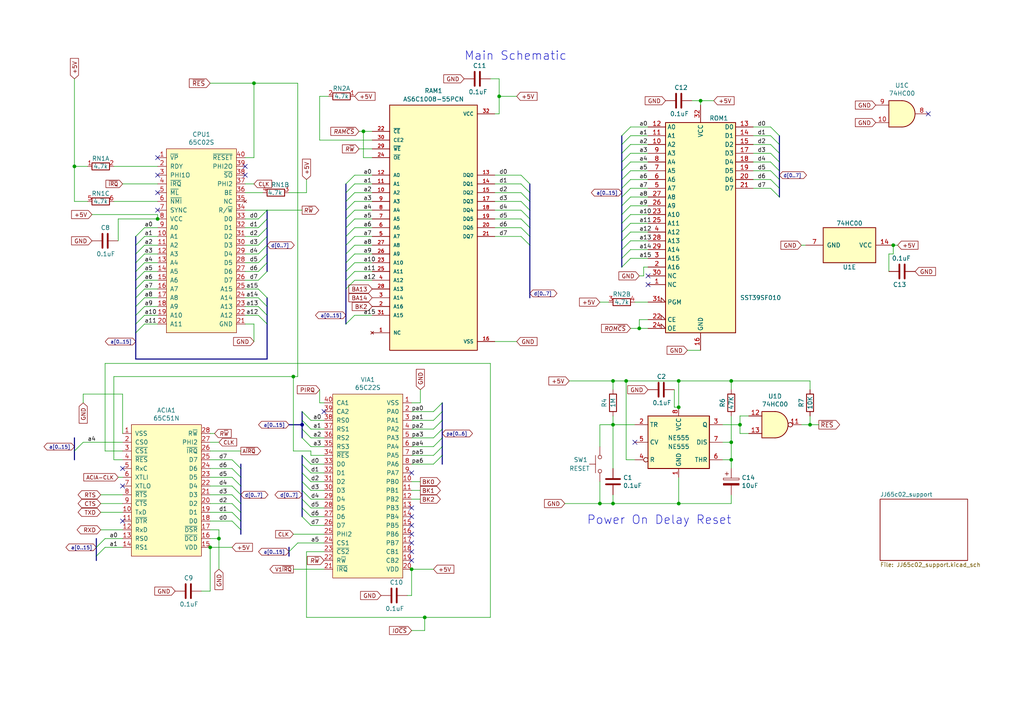
<source format=kicad_sch>
(kicad_sch (version 20231120) (generator "eeschema") (generator_version "8.0")
  (paper "A4")
  (title_block (title "JJ65c02 Hobby Breadboard Computer") (comment 3 "Inspiration: Ben Eater (et.al) 6502 project") (comment 4 "Author: Jim Jagielski"))
  (junction (at 259.08 71.12))
  (junction (at 212.09 110.49))
  (junction (at 21.59 48.26))
  (junction (at 173.99 146.05))
  (junction (at 63.5 156.21))
  (junction (at 212.09 133.35))
  (junction (at 45.72 63.5))
  (junction (at 123.19 179.07))
  (junction (at 85.09 109.22))
  (junction (at 73.66 24.13))
  (junction (at 177.8 110.49))
  (junction (at 185.42 95.25))
  (junction (at 234.95 123.19))
  (junction (at 60.96 158.75))
  (junction (at 196.85 146.05))
  (junction (at 119.38 165.1))
  (junction (at 177.8 123.19))
  (junction (at 196.85 118.11))
  (junction (at 87.63 123.19))
  (junction (at 144.78 27.94))
  (junction (at 212.09 128.27))
  (junction (at 181.61 110.49))
  (junction (at 105.41 38.1))
  (junction (at 177.8 146.05))
  (junction (at 196.85 110.49))
  (junction (at 214.63 123.19))
  (junction (at 203.2 29.21))
  (no_connect (at 35.56 151.13))
  (no_connect (at 35.56 140.97))
  (no_connect (at 45.72 45.72))
  (no_connect (at 71.12 50.8))
  (no_connect (at 45.72 60.96))
  (no_connect (at 269.24 33.02))
  (no_connect (at 119.38 149.86))
  (no_connect (at 187.96 80.01))
  (no_connect (at 119.38 162.56))
  (no_connect (at 187.96 82.55))
  (no_connect (at 119.38 154.94))
  (no_connect (at 45.72 55.88))
  (no_connect (at 119.38 137.16))
  (no_connect (at 184.15 128.27))
  (no_connect (at 119.38 157.48))
  (no_connect (at 45.72 50.8))
  (no_connect (at 119.38 152.4))
  (no_connect (at 71.12 48.26))
  (no_connect (at 35.56 135.89))
  (no_connect (at 119.38 147.32))
  (no_connect (at 93.98 119.38))
  (no_connect (at 119.38 160.02))
  (bus_entry (at 90.17 127) (size -2.54 -2.54))
  (bus_entry (at 74.93 63.5) (size 2.54 -2.54))
  (bus_entry (at 223.52 52.07) (size 2.54 2.54))
  (bus_entry (at 182.88 46.99) (size -2.54 2.54))
  (bus_entry (at 39.37 91.44) (size 2.54 -2.54))
  (bus_entry (at 90.17 137.16) (size -2.54 -2.54))
  (bus_entry (at 90.17 124.46) (size -2.54 -2.54))
  (bus_entry (at 223.52 36.83) (size 2.54 2.54))
  (bus_entry (at 39.37 88.9) (size 2.54 -2.54))
  (bus_entry (at 74.93 78.74) (size 2.54 -2.54))
  (bus_entry (at 223.52 41.91) (size 2.54 2.54))
  (bus_entry (at 151.13 66.04) (size 2.54 2.54))
  (bus_entry (at 90.17 149.86) (size -2.54 -2.54))
  (bus_entry (at 102.87 76.2) (size -2.54 2.54))
  (bus_entry (at 39.37 78.74) (size 2.54 -2.54))
  (bus_entry (at 182.88 52.07) (size -2.54 2.54))
  (bus_entry (at 182.88 64.77) (size -2.54 2.54))
  (bus_entry (at 102.87 50.8) (size -2.54 2.54))
  (bus_entry (at 39.37 71.12) (size 2.54 -2.54))
  (bus_entry (at 90.17 134.62) (size -2.54 -2.54))
  (bus_entry (at 125.73 124.46) (size 2.54 -2.54))
  (bus_entry (at 102.87 81.28) (size -2.54 2.54))
  (bus_entry (at 223.52 46.99) (size 2.54 2.54))
  (bus_entry (at 102.87 66.04) (size -2.54 2.54))
  (bus_entry (at 180.34 77.47) (size 2.54 -2.54))
  (bus_entry (at 102.87 58.42) (size -2.54 2.54))
  (bus_entry (at 180.34 72.39) (size 2.54 -2.54))
  (bus_entry (at 102.87 60.96) (size -2.54 2.54))
  (bus_entry (at 39.37 83.82) (size 2.54 -2.54))
  (bus_entry (at 74.93 88.9) (size 2.54 2.54))
  (bus_entry (at 83.82 160.02) (size 2.54 -2.54))
  (bus_entry (at 90.17 147.32) (size -2.54 -2.54))
  (bus_entry (at 90.17 121.92) (size -2.54 -2.54))
  (bus_entry (at 125.73 127) (size 2.54 -2.54))
  (bus_entry (at 90.17 152.4) (size -2.54 -2.54))
  (bus_entry (at 151.13 50.8) (size 2.54 2.54))
  (bus_entry (at 151.13 53.34) (size 2.54 2.54))
  (bus_entry (at 74.93 66.04) (size 2.54 -2.54))
  (bus_entry (at 90.17 129.54) (size -2.54 -2.54))
  (bus_entry (at 182.88 39.37) (size -2.54 2.54))
  (bus_entry (at 39.37 86.36) (size 2.54 -2.54))
  (bus_entry (at 151.13 58.42) (size 2.54 2.54))
  (bus_entry (at 151.13 68.58) (size 2.54 2.54))
  (bus_entry (at 102.87 91.44) (size -2.54 2.54))
  (bus_entry (at 27.94 158.75) (size 2.54 -2.54))
  (bus_entry (at 74.93 71.12) (size 2.54 -2.54))
  (bus_entry (at 125.73 129.54) (size 2.54 -2.54))
  (bus_entry (at 90.17 142.24) (size -2.54 -2.54))
  (bus_entry (at 69.85 153.67) (size -2.54 -2.54))
  (bus_entry (at 182.88 49.53) (size -2.54 2.54))
  (bus_entry (at 125.73 121.92) (size 2.54 -2.54))
  (bus_entry (at 102.87 53.34) (size -2.54 2.54))
  (bus_entry (at 74.93 83.82) (size 2.54 2.54))
  (bus_entry (at 223.52 44.45) (size 2.54 2.54))
  (bus_entry (at 125.73 132.08) (size 2.54 -2.54))
  (bus_entry (at 182.88 59.69) (size -2.54 2.54))
  (bus_entry (at 39.37 93.98) (size 2.54 -2.54))
  (bus_entry (at 182.88 41.91) (size -2.54 2.54))
  (bus_entry (at 69.85 138.43) (size -2.54 -2.54))
  (bus_entry (at 151.13 63.5) (size 2.54 2.54))
  (bus_entry (at 74.93 68.58) (size 2.54 -2.54))
  (bus_entry (at 74.93 81.28) (size 2.54 -2.54))
  (bus_entry (at 182.88 36.83) (size -2.54 2.54))
  (bus_entry (at 69.85 146.05) (size -2.54 -2.54))
  (bus_entry (at 74.93 73.66) (size 2.54 -2.54))
  (bus_entry (at 182.88 44.45) (size -2.54 2.54))
  (bus_entry (at 151.13 60.96) (size 2.54 2.54))
  (bus_entry (at 182.88 54.61) (size -2.54 2.54))
  (bus_entry (at 69.85 148.59) (size -2.54 -2.54))
  (bus_entry (at 74.93 91.44) (size 2.54 2.54))
  (bus_entry (at 102.87 63.5) (size -2.54 2.54))
  (bus_entry (at 39.37 96.52) (size 2.54 -2.54))
  (bus_entry (at 125.73 134.62) (size 2.54 -2.54))
  (bus_entry (at 39.37 81.28) (size 2.54 -2.54))
  (bus_entry (at 102.87 68.58) (size -2.54 2.54))
  (bus_entry (at 74.93 86.36) (size 2.54 2.54))
  (bus_entry (at 182.88 57.15) (size -2.54 2.54))
  (bus_entry (at 182.88 62.23) (size -2.54 2.54))
  (bus_entry (at 74.93 76.2) (size 2.54 -2.54))
  (bus_entry (at 151.13 55.88) (size 2.54 2.54))
  (bus_entry (at 39.37 73.66) (size 2.54 -2.54))
  (bus_entry (at 69.85 151.13) (size -2.54 -2.54))
  (bus_entry (at 69.85 140.97) (size -2.54 -2.54))
  (bus_entry (at 180.34 74.93) (size 2.54 -2.54))
  (bus_entry (at 182.88 67.31) (size -2.54 2.54))
  (bus_entry (at 27.94 161.29) (size 2.54 -2.54))
  (bus_entry (at 102.87 78.74) (size -2.54 2.54))
  (bus_entry (at 69.85 135.89) (size -2.54 -2.54))
  (bus_entry (at 90.17 139.7) (size -2.54 -2.54))
  (bus_entry (at 69.85 143.51) (size -2.54 -2.54))
  (bus_entry (at 102.87 73.66) (size -2.54 2.54))
  (bus_entry (at 21.59 130.81) (size 2.54 -2.54))
  (bus_entry (at 223.52 49.53) (size 2.54 2.54))
  (bus_entry (at 223.52 39.37) (size 2.54 2.54))
  (bus_entry (at 39.37 76.2) (size 2.54 -2.54))
  (bus_entry (at 223.52 54.61) (size 2.54 2.54))
  (bus_entry (at 39.37 68.58) (size 2.54 -2.54))
  (bus_entry (at 102.87 71.12) (size -2.54 2.54))
  (bus_entry (at 128.27 116.84) (size -2.54 2.54))
  (bus_entry (at 102.87 55.88) (size -2.54 2.54))
  (bus_entry (at 90.17 144.78) (size -2.54 -2.54))
  (wire (pts (xy 45.72 68.58) (xy 41.91 68.58)))
  (wire (pts (xy 182.88 49.53) (xy 187.96 49.53)))
  (wire (pts (xy 71.12 60.96) (xy 77.47 60.96)))
  (wire (pts (xy 182.88 52.07) (xy 187.96 52.07)))
  (wire (pts (xy 24.13 114.3) (xy 24.13 116.84)))
  (wire (pts (xy 90.17 144.78) (xy 93.98 144.78)))
  (wire (pts (xy 67.31 135.89) (xy 60.96 135.89)))
  (wire (pts (xy 187.96 77.47) (xy 186.69 77.47)))
  (wire (pts (xy 182.88 69.85) (xy 187.96 69.85)))
  (wire (pts (xy 212.09 135.89) (xy 212.09 133.35)))
  (bus (pts (xy 100.33 71.12) (xy 100.33 73.66)))
  (bus (pts (xy 153.67 55.88) (xy 153.67 58.42)))
  (wire (pts (xy 93.98 121.92) (xy 90.17 121.92)))
  (wire (pts (xy 182.88 39.37) (xy 187.96 39.37)))
  (bus (pts (xy 83.82 160.02) (xy 83.82 161.29)))
  (wire (pts (xy 212.09 113.03) (xy 212.09 110.49)))
  (wire (pts (xy 123.19 182.88) (xy 119.38 182.88)))
  (wire (pts (xy 143.51 50.8) (xy 151.13 50.8)))
  (wire (pts (xy 102.87 76.2) (xy 107.95 76.2)))
  (wire (pts (xy 182.88 62.23) (xy 187.96 62.23)))
  (wire (pts (xy 45.72 81.28) (xy 41.91 81.28)))
  (wire (pts (xy 90.17 124.46) (xy 93.98 124.46)))
  (wire (pts (xy 85.09 154.94) (xy 93.98 154.94)))
  (bus (pts (xy 77.47 68.58) (xy 77.47 71.12)))
  (wire (pts (xy 177.8 123.19) (xy 184.15 123.19)))
  (wire (pts (xy 182.88 72.39) (xy 187.96 72.39)))
  (bus (pts (xy 21.59 130.81) (xy 21.59 133.35)))
  (wire (pts (xy 92.71 27.94) (xy 92.71 40.64)))
  (wire (pts (xy 143.51 53.34) (xy 151.13 53.34)))
  (wire (pts (xy 102.87 60.96) (xy 107.95 60.96)))
  (wire (pts (xy 45.72 66.04) (xy 41.91 66.04)))
  (wire (pts (xy 142.24 22.86) (xy 144.78 22.86)))
  (wire (pts (xy 181.61 110.49) (xy 181.61 133.35)))
  (wire (pts (xy 182.88 64.77) (xy 187.96 64.77)))
  (wire (pts (xy 186.69 80.01) (xy 185.42 80.01)))
  (bus (pts (xy 39.37 83.82) (xy 39.37 86.36)))
  (wire (pts (xy 33.02 58.42) (xy 45.72 58.42)))
  (wire (pts (xy 143.51 60.96) (xy 151.13 60.96)))
  (wire (pts (xy 177.8 135.89) (xy 177.8 123.19)))
  (wire (pts (xy 182.88 46.99) (xy 187.96 46.99)))
  (wire (pts (xy 30.48 105.41) (xy 30.48 130.81)))
  (wire (pts (xy 182.88 95.25) (xy 185.42 95.25)))
  (bus (pts (xy 77.47 88.9) (xy 77.47 91.44)))
  (wire (pts (xy 234.95 120.65) (xy 234.95 123.19)))
  (wire (pts (xy 119.38 144.78) (xy 121.92 144.78)))
  (wire (pts (xy 182.88 59.69) (xy 187.96 59.69)))
  (bus (pts (xy 87.63 139.7) (xy 87.63 142.24)))
  (wire (pts (xy 35.56 148.59) (xy 29.21 148.59)))
  (wire (pts (xy 143.51 58.42) (xy 151.13 58.42)))
  (wire (pts (xy 218.44 44.45) (xy 223.52 44.45)))
  (wire (pts (xy 90.17 132.08) (xy 90.17 130.81)))
  (wire (pts (xy 196.85 118.11) (xy 195.58 118.11)))
  (wire (pts (xy 24.13 128.27) (xy 35.56 128.27)))
  (bus (pts (xy 69.85 138.43) (xy 69.85 140.97)))
  (wire (pts (xy 45.72 78.74) (xy 41.91 78.74)))
  (wire (pts (xy 163.83 146.05) (xy 173.99 146.05)))
  (wire (pts (xy 71.12 78.74) (xy 74.93 78.74)))
  (bus (pts (xy 77.47 73.66) (xy 77.47 76.2)))
  (wire (pts (xy 119.38 129.54) (xy 125.73 129.54)))
  (wire (pts (xy 182.88 44.45) (xy 187.96 44.45)))
  (wire (pts (xy 214.63 120.65) (xy 214.63 123.19)))
  (bus (pts (xy 226.06 44.45) (xy 226.06 46.99)))
  (wire (pts (xy 182.88 74.93) (xy 187.96 74.93)))
  (wire (pts (xy 102.87 63.5) (xy 107.95 63.5)))
  (wire (pts (xy 218.44 46.99) (xy 223.52 46.99)))
  (wire (pts (xy 90.17 152.4) (xy 93.98 152.4)))
  (wire (pts (xy 90.17 130.81) (xy 85.09 130.81)))
  (wire (pts (xy 143.51 66.04) (xy 151.13 66.04)))
  (wire (pts (xy 33.02 133.35) (xy 35.56 133.35)))
  (wire (pts (xy 218.44 39.37) (xy 223.52 39.37)))
  (wire (pts (xy 234.95 110.49) (xy 212.09 110.49)))
  (bus (pts (xy 153.67 66.04) (xy 153.67 68.58)))
  (bus (pts (xy 69.85 140.97) (xy 69.85 143.51)))
  (wire (pts (xy 212.09 133.35) (xy 209.55 133.35)))
  (bus (pts (xy 69.85 143.51) (xy 69.85 146.05)))
  (bus (pts (xy 27.94 158.75) (xy 27.94 161.29)))
  (bus (pts (xy 128.27 124.46) (xy 128.27 127)))
  (bus (pts (xy 39.37 91.44) (xy 39.37 93.98)))
  (bus (pts (xy 39.37 68.58) (xy 39.37 71.12)))
  (wire (pts (xy 104.14 43.18) (xy 107.95 43.18)))
  (wire (pts (xy 149.86 27.94) (xy 144.78 27.94)))
  (wire (pts (xy 93.98 157.48) (xy 86.36 157.48)))
  (wire (pts (xy 34.29 63.5) (xy 45.72 63.5)))
  (wire (pts (xy 71.12 86.36) (xy 74.93 86.36)))
  (wire (pts (xy 85.09 109.22) (xy 85.09 130.81)))
  (wire (pts (xy 143.51 68.58) (xy 151.13 68.58)))
  (wire (pts (xy 34.29 69.85) (xy 34.29 63.5)))
  (wire (pts (xy 45.72 91.44) (xy 41.91 91.44)))
  (wire (pts (xy 234.95 113.03) (xy 234.95 110.49)))
  (wire (pts (xy 119.38 142.24) (xy 121.92 142.24)))
  (wire (pts (xy 232.41 71.12) (xy 233.68 71.12)))
  (wire (pts (xy 29.21 146.05) (xy 35.56 146.05)))
  (wire (pts (xy 187.96 92.71) (xy 185.42 92.71)))
  (wire (pts (xy 177.8 123.19) (xy 177.8 120.65)))
  (bus (pts (xy 100.33 66.04) (xy 100.33 68.58)))
  (wire (pts (xy 93.98 127) (xy 90.17 127)))
  (bus (pts (xy 100.33 83.82) (xy 100.33 93.98)))
  (wire (pts (xy 45.72 63.5) (xy 45.72 62.23)))
  (wire (pts (xy 71.12 76.2) (xy 74.93 76.2)))
  (wire (pts (xy 218.44 41.91) (xy 223.52 41.91)))
  (bus (pts (xy 128.27 121.92) (xy 128.27 124.46)))
  (wire (pts (xy 35.56 114.3) (xy 24.13 114.3)))
  (bus (pts (xy 77.47 93.98) (xy 77.47 104.14)))
  (bus (pts (xy 21.59 127) (xy 21.59 130.81)))
  (bus (pts (xy 100.33 60.96) (xy 100.33 63.5)))
  (bus (pts (xy 128.27 119.38) (xy 128.27 121.92)))
  (wire (pts (xy 90.17 147.32) (xy 93.98 147.32)))
  (bus (pts (xy 87.63 144.78) (xy 87.63 147.32)))
  (bus (pts (xy 128.27 129.54) (xy 128.27 132.08)))
  (wire (pts (xy 73.66 53.34) (xy 71.12 53.34)))
  (wire (pts (xy 185.42 95.25) (xy 187.96 95.25)))
  (bus (pts (xy 180.34 67.31) (xy 180.34 69.85)))
  (wire (pts (xy 212.09 128.27) (xy 212.09 120.65)))
  (bus (pts (xy 69.85 151.13) (xy 69.85 153.67)))
  (wire (pts (xy 67.31 143.51) (xy 60.96 143.51)))
  (bus (pts (xy 180.34 62.23) (xy 180.34 64.77)))
  (wire (pts (xy 177.8 110.49) (xy 181.61 110.49)))
  (wire (pts (xy 102.87 68.58) (xy 107.95 68.58)))
  (bus (pts (xy 128.27 116.84) (xy 128.27 119.38)))
  (wire (pts (xy 182.88 36.83) (xy 187.96 36.83)))
  (wire (pts (xy 73.66 45.72) (xy 73.66 24.13)))
  (wire (pts (xy 85.09 109.22) (xy 33.02 109.22)))
  (bus (pts (xy 69.85 135.89) (xy 69.85 138.43)))
  (wire (pts (xy 71.12 66.04) (xy 74.93 66.04)))
  (bus (pts (xy 77.47 76.2) (xy 77.47 78.74)))
  (bus (pts (xy 87.63 132.08) (xy 87.63 134.62)))
  (bus (pts (xy 83.82 158.75) (xy 83.82 160.02)))
  (wire (pts (xy 142.24 105.41) (xy 142.24 179.07)))
  (bus (pts (xy 180.34 64.77) (xy 180.34 67.31)))
  (wire (pts (xy 234.95 123.19) (xy 237.49 123.19)))
  (wire (pts (xy 45.72 71.12) (xy 41.91 71.12)))
  (wire (pts (xy 212.09 143.51) (xy 212.09 146.05)))
  (bus (pts (xy 180.34 74.93) (xy 180.34 77.47)))
  (bus (pts (xy 100.33 53.34) (xy 100.33 55.88)))
  (bus (pts (xy 153.67 63.5) (xy 153.67 66.04)))
  (wire (pts (xy 71.12 68.58) (xy 74.93 68.58)))
  (bus (pts (xy 153.67 71.12) (xy 153.67 86.36)))
  (wire (pts (xy 45.72 93.98) (xy 41.91 93.98)))
  (wire (pts (xy 182.88 41.91) (xy 187.96 41.91)))
  (wire (pts (xy 45.72 83.82) (xy 41.91 83.82)))
  (wire (pts (xy 71.12 91.44) (xy 74.93 91.44)))
  (wire (pts (xy 90.17 134.62) (xy 93.98 134.62)))
  (bus (pts (xy 77.47 66.04) (xy 77.47 68.58)))
  (wire (pts (xy 76.2 55.88) (xy 71.12 55.88)))
  (bus (pts (xy 69.85 146.05) (xy 69.85 148.59)))
  (bus (pts (xy 77.47 63.5) (xy 77.47 66.04)))
  (bus (pts (xy 87.63 142.24) (xy 87.63 144.78)))
  (wire (pts (xy 73.66 93.98) (xy 71.12 93.98)))
  (bus (pts (xy 226.06 39.37) (xy 226.06 41.91)))
  (wire (pts (xy 67.31 146.05) (xy 60.96 146.05)))
  (wire (pts (xy 119.38 116.84) (xy 121.92 116.84)))
  (wire (pts (xy 93.98 132.08) (xy 90.17 132.08)))
  (wire (pts (xy 259.08 71.12) (xy 260.35 71.12)))
  (wire (pts (xy 176.53 87.63) (xy 173.99 87.63)))
  (wire (pts (xy 184.15 87.63) (xy 187.96 87.63)))
  (wire (pts (xy 165.1 110.49) (xy 177.8 110.49)))
  (wire (pts (xy 102.87 71.12) (xy 107.95 71.12)))
  (bus (pts (xy 77.47 60.96) (xy 77.47 63.5)))
  (wire (pts (xy 45.72 73.66) (xy 41.91 73.66)))
  (wire (pts (xy 67.31 151.13) (xy 60.96 151.13)))
  (bus (pts (xy 77.47 91.44) (xy 77.47 93.98)))
  (wire (pts (xy 119.38 119.38) (xy 125.73 119.38)))
  (wire (pts (xy 35.56 138.43) (xy 34.29 138.43)))
  (wire (pts (xy 73.66 99.06) (xy 73.66 93.98)))
  (wire (pts (xy 21.59 48.26) (xy 25.4 48.26)))
  (wire (pts (xy 86.36 24.13) (xy 86.36 109.22)))
  (wire (pts (xy 85.09 165.1) (xy 93.98 165.1)))
  (bus (pts (xy 39.37 81.28) (xy 39.37 83.82)))
  (wire (pts (xy 102.87 78.74) (xy 107.95 78.74)))
  (wire (pts (xy 102.87 66.04) (xy 107.95 66.04)))
  (wire (pts (xy 88.9 55.88) (xy 88.9 52.07)))
  (bus (pts (xy 180.34 72.39) (xy 180.34 74.93)))
  (bus (pts (xy 180.34 46.99) (xy 180.34 49.53)))
  (wire (pts (xy 60.96 125.73) (xy 62.23 125.73)))
  (wire (pts (xy 92.71 40.64) (xy 107.95 40.64)))
  (wire (pts (xy 67.31 140.97) (xy 60.96 140.97)))
  (wire (pts (xy 177.8 143.51) (xy 177.8 146.05)))
  (wire (pts (xy 83.82 55.88) (xy 88.9 55.88)))
  (bus (pts (xy 100.33 55.88) (xy 100.33 58.42)))
  (wire (pts (xy 95.25 27.94) (xy 92.71 27.94)))
  (bus (pts (xy 27.94 156.21) (xy 27.94 158.75)))
  (wire (pts (xy 143.51 99.06) (xy 149.86 99.06)))
  (bus (pts (xy 69.85 153.67) (xy 69.85 154.94)))
  (wire (pts (xy 63.5 156.21) (xy 60.96 156.21)))
  (wire (pts (xy 123.19 179.07) (xy 123.19 182.88)))
  (bus (pts (xy 180.34 54.61) (xy 180.34 57.15)))
  (wire (pts (xy 21.59 22.86) (xy 21.59 48.26)))
  (wire (pts (xy 35.56 158.75) (xy 30.48 158.75)))
  (wire (pts (xy 45.72 76.2) (xy 41.91 76.2)))
  (wire (pts (xy 67.31 148.59) (xy 60.96 148.59)))
  (bus (pts (xy 180.34 59.69) (xy 180.34 62.23)))
  (wire (pts (xy 182.88 57.15) (xy 187.96 57.15)))
  (wire (pts (xy 60.96 158.75) (xy 60.96 171.45)))
  (wire (pts (xy 71.12 45.72) (xy 73.66 45.72)))
  (wire (pts (xy 102.87 58.42) (xy 107.95 58.42)))
  (wire (pts (xy 25.4 58.42) (xy 21.59 58.42)))
  (bus (pts (xy 39.37 71.12) (xy 39.37 73.66)))
  (wire (pts (xy 232.41 123.19) (xy 234.95 123.19)))
  (bus (pts (xy 39.37 86.36) (xy 39.37 88.9)))
  (bus (pts (xy 180.34 57.15) (xy 180.34 59.69)))
  (wire (pts (xy 71.12 88.9) (xy 74.93 88.9)))
  (wire (pts (xy 45.72 53.34) (xy 35.56 53.34)))
  (wire (pts (xy 119.38 165.1) (xy 119.38 172.72)))
  (wire (pts (xy 107.95 45.72) (xy 105.41 45.72)))
  (bus (pts (xy 180.34 49.53) (xy 180.34 52.07)))
  (bus (pts (xy 180.34 52.07) (xy 180.34 54.61)))
  (wire (pts (xy 182.88 54.61) (xy 187.96 54.61)))
  (wire (pts (xy 86.36 24.13) (xy 73.66 24.13)))
  (bus (pts (xy 87.63 137.16) (xy 87.63 139.7)))
  (bus (pts (xy 69.85 134.62) (xy 69.85 135.89)))
  (wire (pts (xy 71.12 81.28) (xy 74.93 81.28)))
  (wire (pts (xy 35.56 125.73) (xy 35.56 114.3)))
  (bus (pts (xy 87.63 123.19) (xy 83.82 123.19)))
  (bus (pts (xy 226.06 46.99) (xy 226.06 49.53)))
  (wire (pts (xy 142.24 105.41) (xy 30.48 105.41)))
  (bus (pts (xy 100.33 78.74) (xy 100.33 81.28)))
  (wire (pts (xy 173.99 139.7) (xy 173.99 146.05)))
  (wire (pts (xy 71.12 63.5) (xy 74.93 63.5)))
  (bus (pts (xy 39.37 78.74) (xy 39.37 81.28)))
  (wire (pts (xy 102.87 50.8) (xy 107.95 50.8)))
  (wire (pts (xy 173.99 123.19) (xy 177.8 123.19)))
  (wire (pts (xy 33.02 48.26) (xy 45.72 48.26)))
  (wire (pts (xy 90.17 139.7) (xy 93.98 139.7)))
  (bus (pts (xy 226.06 41.91) (xy 226.06 44.45)))
  (bus (pts (xy 39.37 76.2) (xy 39.37 78.74)))
  (bus (pts (xy 180.34 69.85) (xy 180.34 72.39)))
  (wire (pts (xy 60.96 128.27) (xy 63.5 128.27)))
  (wire (pts (xy 102.87 53.34) (xy 107.95 53.34)))
  (wire (pts (xy 257.81 73.66) (xy 257.81 78.74)))
  (wire (pts (xy 60.96 153.67) (xy 63.5 153.67)))
  (wire (pts (xy 196.85 138.43) (xy 196.85 146.05)))
  (wire (pts (xy 177.8 113.03) (xy 177.8 110.49)))
  (wire (pts (xy 60.96 171.45) (xy 58.42 171.45)))
  (bus (pts (xy 87.63 119.38) (xy 87.63 121.92)))
  (wire (pts (xy 214.63 123.19) (xy 214.63 125.73)))
  (wire (pts (xy 177.8 146.05) (xy 196.85 146.05)))
  (bus (pts (xy 69.85 148.59) (xy 69.85 151.13)))
  (wire (pts (xy 143.51 33.02) (xy 144.78 33.02)))
  (wire (pts (xy 119.38 172.72) (xy 118.11 172.72)))
  (wire (pts (xy 200.66 29.21) (xy 203.2 29.21)))
  (bus (pts (xy 100.33 63.5) (xy 100.33 66.04)))
  (wire (pts (xy 63.5 153.67) (xy 63.5 156.21)))
  (bus (pts (xy 77.47 104.14) (xy 39.37 104.14)))
  (wire (pts (xy 88.9 179.07) (xy 123.19 179.07)))
  (wire (pts (xy 104.14 38.1) (xy 105.41 38.1)))
  (wire (pts (xy 26.67 62.23) (xy 45.72 62.23)))
  (wire (pts (xy 21.59 48.26) (xy 21.59 58.42)))
  (bus (pts (xy 100.33 68.58) (xy 100.33 71.12)))
  (wire (pts (xy 93.98 116.84) (xy 92.71 116.84)))
  (wire (pts (xy 259.08 73.66) (xy 257.81 73.66)))
  (wire (pts (xy 90.17 137.16) (xy 93.98 137.16)))
  (wire (pts (xy 185.42 92.71) (xy 185.42 95.25)))
  (wire (pts (xy 102.87 91.44) (xy 107.95 91.44)))
  (wire (pts (xy 88.9 160.02) (xy 88.9 179.07)))
  (bus (pts (xy 100.33 81.28) (xy 100.33 83.82)))
  (wire (pts (xy 196.85 118.11) (xy 196.85 110.49)))
  (wire (pts (xy 35.56 156.21) (xy 30.48 156.21)))
  (wire (pts (xy 217.17 120.65) (xy 214.63 120.65)))
  (wire (pts (xy 212.09 128.27) (xy 212.09 133.35)))
  (wire (pts (xy 184.15 133.35) (xy 181.61 133.35)))
  (bus (pts (xy 39.37 93.98) (xy 39.37 96.52)))
  (wire (pts (xy 186.69 77.47) (xy 186.69 80.01)))
  (bus (pts (xy 226.06 54.61) (xy 226.06 57.15)))
  (wire (pts (xy 71.12 71.12) (xy 74.93 71.12)))
  (wire (pts (xy 214.63 125.73) (xy 217.17 125.73)))
  (bus (pts (xy 153.67 58.42) (xy 153.67 60.96)))
  (bus (pts (xy 87.63 134.62) (xy 87.63 137.16)))
  (wire (pts (xy 182.88 67.31) (xy 187.96 67.31)))
  (bus (pts (xy 128.27 132.08) (xy 128.27 134.62)))
  (wire (pts (xy 102.87 81.28) (xy 107.95 81.28)))
  (bus (pts (xy 128.27 127) (xy 128.27 129.54)))
  (wire (pts (xy 218.44 49.53) (xy 223.52 49.53)))
  (bus (pts (xy 226.06 49.53) (xy 226.06 52.07)))
  (bus (pts (xy 100.33 58.42) (xy 100.33 60.96)))
  (bus (pts (xy 100.33 73.66) (xy 100.33 76.2)))
  (wire (pts (xy 119.38 132.08) (xy 125.73 132.08)))
  (bus (pts (xy 87.63 147.32) (xy 87.63 149.86)))
  (wire (pts (xy 218.44 36.83) (xy 223.52 36.83)))
  (wire (pts (xy 203.2 29.21) (xy 203.2 30.48)))
  (bus (pts (xy 39.37 73.66) (xy 39.37 76.2)))
  (wire (pts (xy 29.21 143.51) (xy 35.56 143.51)))
  (wire (pts (xy 71.12 83.82) (xy 74.93 83.82)))
  (wire (pts (xy 144.78 22.86) (xy 144.78 27.94)))
  (wire (pts (xy 209.55 128.27) (xy 212.09 128.27)))
  (bus (pts (xy 100.33 76.2) (xy 100.33 78.74)))
  (wire (pts (xy 45.72 88.9) (xy 41.91 88.9)))
  (wire (pts (xy 33.02 109.22) (xy 33.02 133.35)))
  (wire (pts (xy 105.41 38.1) (xy 107.95 38.1)))
  (wire (pts (xy 196.85 146.05) (xy 212.09 146.05)))
  (bus (pts (xy 153.67 68.58) (xy 153.67 71.12)))
  (bus (pts (xy 226.06 52.07) (xy 226.06 54.61)))
  (wire (pts (xy 119.38 134.62) (xy 125.73 134.62)))
  (wire (pts (xy 102.87 73.66) (xy 107.95 73.66)))
  (wire (pts (xy 90.17 142.24) (xy 93.98 142.24)))
  (wire (pts (xy 181.61 110.49) (xy 196.85 110.49)))
  (wire (pts (xy 142.24 179.07) (xy 123.19 179.07)))
  (wire (pts (xy 173.99 146.05) (xy 177.8 146.05)))
  (wire (pts (xy 92.71 116.84) (xy 92.71 113.03)))
  (wire (pts (xy 71.12 73.66) (xy 74.93 73.66)))
  (wire (pts (xy 73.66 24.13) (xy 60.96 24.13)))
  (wire (pts (xy 60.96 130.81) (xy 69.85 130.81)))
  (wire (pts (xy 30.48 130.81) (xy 35.56 130.81)))
  (wire (pts (xy 218.44 52.07) (xy 223.52 52.07)))
  (wire (pts (xy 45.72 86.36) (xy 41.91 86.36)))
  (wire (pts (xy 209.55 123.19) (xy 214.63 123.19)))
  (wire (pts (xy 60.96 158.75) (xy 67.31 158.75)))
  (bus (pts (xy 39.37 96.52) (xy 39.37 104.14)))
  (bus (pts (xy 180.34 41.91) (xy 180.34 44.45)))
  (bus (pts (xy 87.63 123.19) (xy 87.63 124.46)))
  (bus (pts (xy 27.94 161.29) (xy 27.94 162.56)))
  (wire (pts (xy 119.38 124.46) (xy 125.73 124.46)))
  (wire (pts (xy 144.78 27.94) (xy 144.78 33.02)))
  (bus (pts (xy 87.63 121.92) (xy 87.63 123.19)))
  (wire (pts (xy 90.17 149.86) (xy 93.98 149.86)))
  (wire (pts (xy 199.39 101.6) (xy 203.2 101.6)))
  (wire (pts (xy 121.92 113.03) (xy 121.92 116.84)))
  (wire (pts (xy 67.31 133.35) (xy 60.96 133.35)))
  (wire (pts (xy 67.31 138.43) (xy 60.96 138.43)))
  (wire (pts (xy 119.38 139.7) (xy 121.92 139.7)))
  (wire (pts (xy 143.51 63.5) (xy 151.13 63.5)))
  (wire (pts (xy 195.58 118.11) (xy 195.58 113.03)))
  (bus (pts (xy 39.37 88.9) (xy 39.37 91.44)))
  (bus (pts (xy 180.34 39.37) (xy 180.34 41.91)))
  (wire (pts (xy 119.38 121.92) (xy 125.73 121.92)))
  (bus (pts (xy 153.67 60.96) (xy 153.67 63.5)))
  (wire (pts (xy 102.87 55.88) (xy 107.95 55.88)))
  (bus (pts (xy 77.47 71.12) (xy 77.47 73.66)))
  (wire (pts (xy 29.21 153.67) (xy 35.56 153.67)))
  (wire (pts (xy 119.38 165.1) (xy 125.73 165.1)))
  (bus (pts (xy 153.67 53.34) (xy 153.67 55.88)))
  (wire (pts (xy 88.9 160.02) (xy 93.98 160.02)))
  (wire (pts (xy 203.2 29.21) (xy 207.01 29.21)))
  (wire (pts (xy 173.99 129.54) (xy 173.99 123.19)))
  (wire (pts (xy 218.44 54.61) (xy 223.52 54.61)))
  (wire (pts (xy 77.47 60.96) (xy 87.63 60.96)))
  (wire (pts (xy 90.17 129.54) (xy 93.98 129.54)))
  (wire (pts (xy 105.41 38.1) (xy 105.41 45.72)))
  (wire (pts (xy 259.08 71.12) (xy 259.08 73.66)))
  (wire (pts (xy 212.09 110.49) (xy 196.85 110.49)))
  (wire (pts (xy 63.5 156.21) (xy 63.5 165.1)))
  (bus (pts (xy 87.63 124.46) (xy 87.63 127)))
  (wire (pts (xy 86.36 109.22) (xy 85.09 109.22)))
  (bus (pts (xy 77.47 86.36) (xy 77.47 88.9)))
  (wire (pts (xy 119.38 127) (xy 125.73 127)))
  (wire (pts (xy 143.51 55.88) (xy 151.13 55.88)))
  (bus (pts (xy 180.34 44.45) (xy 180.34 46.99)))
  (text "Main Schematic" (at 134.62 17.78 0) (effects (font (size 2.4892 2.4892)) (justify left bottom)))
  (text "Power On Delay Reset" (at 170.18 152.4 0) (effects (font (size 2.4892 2.4892)) (justify left bottom)))
  (label "a10" (at 185.42 62.23 0) (effects (font (size 1.1938 1.1938))))
  (label "d3" (at 219.71 44.45 0) (effects (font (size 1.1938 1.1938))))
  (label "d3" (at 63.5 143.51 0) (effects (font (size 1.1938 1.1938))))
  (label "a4" (at 25.4 128.27 0) (effects (font (size 1.1938 1.1938))))
  (label "a1" (at 105.41 53.34 0) (effects (font (size 1.1938 1.1938))))
  (label "d4" (at 72.39 73.66 0) (effects (font (size 1.1938 1.1938))))
  (label "a7" (at 105.41 68.58 0) (effects (font (size 1.1938 1.1938))))
  (label "d3" (at 90.17 142.24 0) (effects (font (size 1.1938 1.1938))))
  (label "d4" (at 63.5 140.97 0) (effects (font (size 1.1938 1.1938))))
  (label "a15" (at 185.42 74.93 0) (effects (font (size 1.1938 1.1938))))
  (label "d1" (at 63.5 148.59 0) (effects (font (size 1.1938 1.1938))))
  (label "d1" (at 90.17 137.16 0) (effects (font (size 1.1938 1.1938))))
  (label "a9" (at 105.41 73.66 0) (effects (font (size 1.1938 1.1938))))
  (label "a8" (at 105.41 71.12 0) (effects (font (size 1.1938 1.1938))))
  (label "pa4" (at 119.38 129.54 0) (effects (font (size 1.1938 1.1938))))
  (label "a1" (at 31.75 158.75 0) (effects (font (size 1.1938 1.1938))))
  (label "a11" (at 105.41 78.74 0) (effects (font (size 1.1938 1.1938))))
  (label "d5" (at 72.39 76.2 0) (effects (font (size 1.1938 1.1938))))
  (label "a12" (at 105.41 81.28 0) (effects (font (size 1.1938 1.1938))))
  (label "d5" (at 90.17 147.32 0) (effects (font (size 1.1938 1.1938))))
  (label "a0" (at 90.805 121.92 0) (effects (font (size 1.1938 1.1938))))
  (label "d3" (at 72.39 71.12 0) (effects (font (size 1.1938 1.1938))))
  (label "d2" (at 219.71 41.91 0) (effects (font (size 1.1938 1.1938))))
  (label "a4" (at 185.42 46.99 0) (effects (font (size 1.1938 1.1938))))
  (label "pa3" (at 119.38 127 0) (effects (font (size 1.1938 1.1938))))
  (label "a15" (at 74.93 83.82 180) (effects (font (size 1.1938 1.1938))))
  (label "a5" (at 41.91 78.74 0) (effects (font (size 1.1938 1.1938))))
  (label "a5" (at 90.17 157.48 0) (effects (font (size 1.1938 1.1938))))
  (label "d7" (at 90.17 152.4 0) (effects (font (size 1.1938 1.1938))))
  (label "d0" (at 72.39 63.5 0) (effects (font (size 1.1938 1.1938))))
  (label "a10" (at 41.91 91.44 0) (effects (font (size 1.1938 1.1938))))
  (label "a6" (at 41.91 81.28 0) (effects (font (size 1.1938 1.1938))))
  (label "d1" (at 72.39 66.04 0) (effects (font (size 1.1938 1.1938))))
  (label "d0" (at 219.71 36.83 0) (effects (font (size 1.1938 1.1938))))
  (label "a7" (at 185.42 54.61 0) (effects (font (size 1.1938 1.1938))))
  (label "a6" (at 105.41 66.04 0) (effects (font (size 1.1938 1.1938))))
  (label "a0" (at 105.41 50.8 0) (effects (font (size 1.1938 1.1938))))
  (label "a11" (at 185.42 64.77 0) (effects (font (size 1.1938 1.1938))))
  (label "d0" (at 90.17 134.62 0) (effects (font (size 1.1938 1.1938))))
  (label "a1" (at 41.91 68.58 0) (effects (font (size 1.1938 1.1938))))
  (label "a5" (at 185.42 49.53 0) (effects (font (size 1.1938 1.1938))))
  (label "d6" (at 144.78 66.04 0) (effects (font (size 1.1938 1.1938))))
  (label "d6" (at 219.71 52.07 0) (effects (font (size 1.1938 1.1938))))
  (label "d5" (at 219.71 49.53 0) (effects (font (size 1.1938 1.1938))))
  (label "a7" (at 41.91 83.82 0) (effects (font (size 1.1938 1.1938))))
  (label "d1" (at 219.71 39.37 0) (effects (font (size 1.1938 1.1938))))
  (label "a3" (at 90.805 129.54 0) (effects (font (size 1.1938 1.1938))))
  (label "d7" (at 72.39 81.28 0) (effects (font (size 1.1938 1.1938))))
  (label "d5" (at 144.78 63.5 0) (effects (font (size 1.1938 1.1938))))
  (label "a10" (at 105.41 76.2 0) (effects (font (size 1.1938 1.1938))))
  (label "a3" (at 105.41 58.42 0) (effects (font (size 1.1938 1.1938))))
  (label "a5" (at 105.41 63.5 0) (effects (font (size 1.1938 1.1938))))
  (label "d6" (at 72.39 78.74 0) (effects (font (size 1.1938 1.1938))))
  (label "d3" (at 144.78 58.42 0) (effects (font (size 1.1938 1.1938))))
  (label "a2" (at 41.91 71.12 0) (effects (font (size 1.1938 1.1938))))
  (label "a2" (at 90.805 127 0) (effects (font (size 1.1938 1.1938))))
  (label "pa1" (at 119.38 121.92 0) (effects (font (size 1.1938 1.1938))))
  (label "a9" (at 41.91 88.9 0) (effects (font (size 1.1938 1.1938))))
  (label "a2" (at 185.42 41.91 0) (effects (font (size 1.1938 1.1938))))
  (label "d2" (at 90.17 139.7 0) (effects (font (size 1.1938 1.1938))))
  (label "d1" (at 144.78 53.34 0) (effects (font (size 1.1938 1.1938))))
  (label "a8" (at 185.42 57.15 0) (effects (font (size 1.1938 1.1938))))
  (label "a3" (at 185.42 44.45 0) (effects (font (size 1.1938 1.1938))))
  (label "a13" (at 74.93 88.9 180) (effects (font (size 1.1938 1.1938))))
  (label "a9" (at 185.42 59.69 0) (effects (font (size 1.1938 1.1938))))
  (label "d5" (at 63.5 138.43 0) (effects (font (size 1.1938 1.1938))))
  (label "a0" (at 41.91 66.04 0) (effects (font (size 1.1938 1.1938))))
  (label "a0" (at 185.42 36.83 0) (effects (font (size 1.1938 1.1938))))
  (label "a12" (at 185.42 67.31 0) (effects (font (size 1.1938 1.1938))))
  (label "d4" (at 90.17 144.78 0) (effects (font (size 1.1938 1.1938))))
  (label "d2" (at 72.39 68.58 0) (effects (font (size 1.1938 1.1938))))
  (label "a8" (at 41.91 86.36 0) (effects (font (size 1.1938 1.1938))))
  (label "a4" (at 41.91 76.2 0) (effects (font (size 1.1938 1.1938))))
  (label "a14" (at 74.93 86.36 180) (effects (font (size 1.1938 1.1938))))
  (label "a1" (at 90.805 124.46 0) (effects (font (size 1.1938 1.1938))))
  (label "a1" (at 185.42 39.37 0) (effects (font (size 1.1938 1.1938))))
  (label "a12" (at 74.93 91.44 180) (effects (font (size 1.1938 1.1938))))
  (label "d7" (at 144.78 68.58 0) (effects (font (size 1.1938 1.1938))))
  (label "a6" (at 185.42 52.07 0) (effects (font (size 1.1938 1.1938))))
  (label "pa0" (at 119.38 119.38 0) (effects (font (size 1.1938 1.1938))))
  (label "d6" (at 90.17 149.86 0) (effects (font (size 1.1938 1.1938))))
  (label "d2" (at 144.78 55.88 0) (effects (font (size 1.1938 1.1938))))
  (label "a14" (at 185.42 72.39 0) (effects (font (size 1.1938 1.1938))))
  (label "d0" (at 63.5 151.13 0) (effects (font (size 1.1938 1.1938))))
  (label "d6" (at 63.5 135.89 0) (effects (font (size 1.1938 1.1938))))
  (label "pa2" (at 119.38 124.46 0) (effects (font (size 1.1938 1.1938))))
  (label "a0" (at 31.75 156.21 0) (effects (font (size 1.1938 1.1938))))
  (label "d2" (at 63.5 146.05 0) (effects (font (size 1.1938 1.1938))))
  (label "a15" (at 105.41 91.44 0) (effects (font (size 1.1938 1.1938))))
  (label "a4" (at 105.41 60.96 0) (effects (font (size 1.1938 1.1938))))
  (label "d7" (at 63.5 133.35 0) (effects (font (size 1.1938 1.1938))))
  (label "a2" (at 105.41 55.88 0) (effects (font (size 1.1938 1.1938))))
  (label "d7" (at 219.71 54.61 0) (effects (font (size 1.1938 1.1938))))
  (label "d0" (at 144.78 50.8 0) (effects (font (size 1.1938 1.1938))))
  (label "pa5" (at 119.38 132.08 0) (effects (font (size 1.1938 1.1938))))
  (label "a3" (at 41.91 73.66 0) (effects (font (size 1.1938 1.1938))))
  (label "a13" (at 185.42 69.85 0) (effects (font (size 1.1938 1.1938))))
  (label "a11" (at 41.91 93.98 0) (effects (font (size 1.1938 1.1938))))
  (label "d4" (at 219.71 46.99 0) (effects (font (size 1.1938 1.1938))))
  (label "d4" (at 144.78 60.96 0) (effects (font (size 1.1938 1.1938))))
  (label "pa6" (at 119.38 134.62 0) (effects (font (size 1.1938 1.1938))))
  (global_label "RTS" (shape bidirectional) (at 29.21 143.51 180) (effects (font (size 1.1938 1.1938))) (property "Intersheetrefs" "${INTERSHEET_REFS}" (effects (hide yes))))
  (global_label "TXD" (shape bidirectional) (at 29.21 148.59 180) (effects (font (size 1.1938 1.1938))) (property "Intersheetrefs" "${INTERSHEET_REFS}" (effects (hide yes))))
  (global_label "V1~{IRQ}" (shape output) (at 85.09 165.1 180) (effects (font (size 1.0922 1.0922))) (property "Intersheetrefs" "${INTERSHEET_REFS}" (effects (hide yes))))
  (global_label "a[0..15]" (shape bidirectional) (at 83.82 123.19 180) (effects (font (size 1 1))) (property "Intersheetrefs" "${INTERSHEET_REFS}" (effects (hide yes))))
  (global_label "a[0..15]" (shape bidirectional) (at 180.34 55.88 180) (effects (font (size 1 1))) (property "Intersheetrefs" "${INTERSHEET_REFS}" (effects (hide yes))))
  (global_label "a[0..15]" (shape bidirectional) (at 83.82 160.02 180) (effects (font (size 1 1))) (property "Intersheetrefs" "${INTERSHEET_REFS}" (effects (hide yes))))
  (global_label "R~{W}" (shape input) (at 62.23 125.73 0) (effects (font (size 1.1938 1.1938) (italic yes))) (property "Intersheetrefs" "${INTERSHEET_REFS}" (effects (hide yes))))
  (global_label "BK1" (shape output) (at 121.92 142.24 0) (effects (font (size 1.1938 1.1938))) (property "Intersheetrefs" "${INTERSHEET_REFS}" (effects (hide yes))))
  (global_label "PIRQ" (shape input) (at 92.71 113.03 180) (effects (font (size 1.1938 1.1938))) (property "Intersheetrefs" "${INTERSHEET_REFS}" (effects (hide yes))))
  (global_label "GND" (shape input) (at 24.13 116.84 270) (effects (font (size 1.1938 1.1938))) (property "Intersheetrefs" "${INTERSHEET_REFS}" (effects (hide yes))))
  (global_label "~{RES}" (shape input) (at 60.96 24.13 180) (property "Intersheetrefs" "${INTERSHEET_REFS}" (effects (hide yes))))
  (global_label "GND" (shape input) (at 50.8 171.45 180) (effects (font (size 1.1938 1.1938))) (property "Intersheetrefs" "${INTERSHEET_REFS}" (effects (hide yes))))
  (global_label "GND" (shape input) (at 73.66 99.06 180) (effects (font (size 1.1938 1.1938))) (property "Intersheetrefs" "${INTERSHEET_REFS}" (effects (hide yes))))
  (global_label "GND" (shape input) (at 185.42 80.01 180) (effects (font (size 1.1938 1.1938))) (property "Intersheetrefs" "${INTERSHEET_REFS}" (effects (hide yes))))
  (global_label "BK2" (shape output) (at 121.92 144.78 0) (effects (font (size 1.1938 1.1938))) (property "Intersheetrefs" "${INTERSHEET_REFS}" (effects (hide yes))))
  (global_label "GND" (shape input) (at 254 30.48 180) (effects (font (size 1.1938 1.1938))) (property "Intersheetrefs" "${INTERSHEET_REFS}" (effects (hide yes))))
  (global_label "BA14" (shape input) (at 107.95 86.36 180) (effects (font (size 1.1938 1.1938))) (property "Intersheetrefs" "${INTERSHEET_REFS}" (effects (hide yes))))
  (global_label "+5V" (shape input) (at 88.9 52.07 90) (effects (font (size 1.1938 1.1938))) (property "Intersheetrefs" "${INTERSHEET_REFS}" (effects (hide yes))))
  (global_label "+5V" (shape input) (at 165.1 110.49 180) (effects (font (size 1.1938 1.1938))) (property "Intersheetrefs" "${INTERSHEET_REFS}" (effects (hide yes))))
  (global_label "GND" (shape input) (at 199.39 101.6 180) (effects (font (size 1.1938 1.1938))) (property "Intersheetrefs" "${INTERSHEET_REFS}" (effects (hide yes))))
  (global_label "GND" (shape input) (at 121.92 113.03 90) (effects (font (size 1.1938 1.1938))) (property "Intersheetrefs" "${INTERSHEET_REFS}" (effects (hide yes))))
  (global_label "a[0..15]" (shape bidirectional) (at 39.37 99.06 180) (effects (font (size 1 1))) (property "Intersheetrefs" "${INTERSHEET_REFS}" (effects (hide yes))))
  (global_label "R~{W}" (shape input) (at 93.98 162.56 180) (effects (font (size 1.1938 1.1938) (italic yes))) (property "Intersheetrefs" "${INTERSHEET_REFS}" (effects (hide yes))))
  (global_label "ROM~{CS}" (shape input) (at 182.88 95.25 180) (effects (font (size 1.1938 1.1938) (italic yes))) (property "Intersheetrefs" "${INTERSHEET_REFS}" (effects (hide yes))))
  (global_label "GND" (shape input) (at 232.41 71.12 180) (effects (font (size 1.1938 1.1938))) (property "Intersheetrefs" "${INTERSHEET_REFS}" (effects (hide yes))))
  (global_label "+5V" (shape input) (at 21.59 22.86 90) (effects (font (size 1.1938 1.1938))) (property "Intersheetrefs" "${INTERSHEET_REFS}" (effects (hide yes))))
  (global_label "RAM~{CS}" (shape input) (at 104.14 38.1 180) (effects (font (size 1.1938 1.1938) (italic yes))) (property "Intersheetrefs" "${INTERSHEET_REFS}" (effects (hide yes))))
  (global_label "~{IRQ}" (shape input) (at 35.56 53.34 180) (effects (font (size 1.0922 1.0922))) (property "Intersheetrefs" "${INTERSHEET_REFS}" (effects (hide yes))))
  (global_label "BA13" (shape input) (at 107.95 83.82 180) (effects (font (size 1.1938 1.1938))) (property "Intersheetrefs" "${INTERSHEET_REFS}" (effects (hide yes))))
  (global_label "RXD" (shape bidirectional) (at 29.21 153.67 180) (effects (font (size 1.1938 1.1938))) (property "Intersheetrefs" "${INTERSHEET_REFS}" (effects (hide yes))))
  (global_label "R~{W}" (shape output) (at 87.63 60.96 0) (effects (font (size 1.1938 1.1938) (italic yes))) (property "Intersheetrefs" "${INTERSHEET_REFS}" (effects (hide yes))))
  (global_label "+5V" (shape input) (at 67.31 158.75 0) (effects (font (size 1.1938 1.1938))) (property "Intersheetrefs" "${INTERSHEET_REFS}" (effects (hide yes))))
  (global_label "d[0..7]" (shape bidirectional) (at 77.47 71.12 0) (effects (font (size 1 1))) (property "Intersheetrefs" "${INTERSHEET_REFS}" (effects (hide yes))))
  (global_label "GND" (shape input) (at 26.67 69.85 180) (effects (font (size 1.1938 1.1938))) (property "Intersheetrefs" "${INTERSHEET_REFS}" (effects (hide yes))))
  (global_label "GND" (shape input) (at 134.62 22.86 180) (effects (font (size 1.1938 1.1938))) (property "Intersheetrefs" "${INTERSHEET_REFS}" (effects (hide yes))))
  (global_label "GND" (shape input) (at 110.49 172.72 180) (effects (font (size 1.1938 1.1938))) (property "Intersheetrefs" "${INTERSHEET_REFS}" (effects (hide yes))))
  (global_label "IO~{CS}" (shape input) (at 119.38 182.88 180) (effects (font (size 1.1938 1.1938) (italic yes))) (property "Intersheetrefs" "${INTERSHEET_REFS}" (effects (hide yes))))
  (global_label "pa[0..6]" (shape bidirectional) (at 128.27 125.73 0) (effects (font (size 1 1))) (property "Intersheetrefs" "${INTERSHEET_REFS}" (effects (hide yes))))
  (global_label "+5V" (shape input) (at 102.87 27.94 0) (effects (font (size 1.1938 1.1938))) (property "Intersheetrefs" "${INTERSHEET_REFS}" (effects (hide yes))))
  (global_label "+5V" (shape input) (at 173.99 87.63 180) (effects (font (size 1.1938 1.1938))) (property "Intersheetrefs" "${INTERSHEET_REFS}" (effects (hide yes))))
  (global_label "a[0..15]" (shape bidirectional) (at 100.33 91.44 180) (effects (font (size 1 1))) (property "Intersheetrefs" "${INTERSHEET_REFS}" (effects (hide yes))))
  (global_label "GND" (shape input) (at 63.5 165.1 270) (effects (font (size 1.1938 1.1938))) (property "Intersheetrefs" "${INTERSHEET_REFS}" (effects (hide yes))))
  (global_label "BK0" (shape output) (at 121.92 139.7 0) (effects (font (size 1.1938 1.1938))) (property "Intersheetrefs" "${INTERSHEET_REFS}" (effects (hide yes))))
  (global_label "d[0..7]" (shape bidirectional) (at 226.06 50.8 0) (effects (font (size 1 1))) (property "Intersheetrefs" "${INTERSHEET_REFS}" (effects (hide yes))))
  (global_label "CLK" (shape input) (at 85.09 154.94 180) (effects (font (size 1.0922 1.0922))) (property "Intersheetrefs" "${INTERSHEET_REFS}" (effects (hide yes))))
  (global_label "CLK" (shape input) (at 73.66 53.34 0) (effects (font (size 1.0922 1.0922))) (property "Intersheetrefs" "${INTERSHEET_REFS}" (effects (hide yes))))
  (global_label "GND" (shape input) (at 163.83 146.05 180) (effects (font (size 1.1938 1.1938))) (property "Intersheetrefs" "${INTERSHEET_REFS}" (effects (hide yes))))
  (global_label "CLK" (shape input) (at 63.5 128.27 0) (effects (font (size 1.0922 1.0922))) (property "Intersheetrefs" "${INTERSHEET_REFS}" (effects (hide yes))))
  (global_label "a[0..15]" (shape bidirectional) (at 27.94 158.75 180) (effects (font (size 1 1))) (property "Intersheetrefs" "${INTERSHEET_REFS}" (effects (hide yes))))
  (global_label "A~{IRQ}" (shape output) (at 69.85 130.81 0) (effects (font (size 1.0922 1.0922))) (property "Intersheetrefs" "${INTERSHEET_REFS}" (effects (hide yes))))
  (global_label "d[0..7]" (shape bidirectional) (at 153.67 85.09 0) (effects (font (size 1 1))) (property "Intersheetrefs" "${INTERSHEET_REFS}" (effects (hide yes))))
  (global_label "~{RES}" (shape output) (at 237.49 123.19 0) (property "Intersheetrefs" "${INTERSHEET_REFS}" (effects (hide yes))))
  (global_label "+5V" (shape input) (at 125.73 165.1 0) (effects (font (size 1.1938 1.1938))) (property "Intersheetrefs" "${INTERSHEET_REFS}" (effects (hide yes))))
  (global_label "d[0..7]" (shape bidirectional) (at 69.85 143.51 0) (effects (font (size 1 1))) (property "Intersheetrefs" "${INTERSHEET_REFS}" (effects (hide yes))))
  (global_label "ACIA-CLK" (shape input) (at 34.29 138.43 180) (effects (font (size 1.0922 1.0922))) (property "Intersheetrefs" "${INTERSHEET_REFS}" (effects (hide yes))))
  (global_label "BK2" (shape input) (at 107.95 88.9 180) (effects (font (size 1.1938 1.1938))) (property "Intersheetrefs" "${INTERSHEET_REFS}" (effects (hide yes))))
  (global_label "+5V" (shape input) (at 26.67 62.23 180) (effects (font (size 1.1938 1.1938))) (property "Intersheetrefs" "${INTERSHEET_REFS}" (effects (hide yes))))
  (global_label "GND" (shape input) (at 149.86 99.06 0) (effects (font (size 1.1938 1.1938))) (property "Intersheetrefs" "${INTERSHEET_REFS}" (effects (hide yes))))
  (global_label "GND" (shape input) (at 254 35.56 180) (effects (font (size 1.1938 1.1938))) (property "Intersheetrefs" "${INTERSHEET_REFS}" (effects (hide yes))))
  (global_label "R~{W}" (shape input) (at 104.14 43.18 180) (effects (font (size 1.1938 1.1938) (italic yes))) (property "Intersheetrefs" "${INTERSHEET_REFS}" (effects (hide yes))))
  (global_label "+5V" (shape input) (at 149.86 27.94 0) (effects (font (size 1.1938 1.1938))) (property "Intersheetrefs" "${INTERSHEET_REFS}" (effects (hide yes))))
  (global_label "CTS" (shape bidirectional) (at 29.21 146.05 180) (effects (font (size 1.1938 1.1938))) (property "Intersheetrefs" "${INTERSHEET_REFS}" (effects (hide yes))))
  (global_label "GND" (shape input) (at 193.04 29.21 180) (effects (font (size 1.1938 1.1938))) (property "Intersheetrefs" "${INTERSHEET_REFS}" (effects (hide yes))))
  (global_label "+5V" (shape input) (at 260.35 71.12 0) (effects (font (size 1.1938 1.1938))) (property "Intersheetrefs" "${INTERSHEET_REFS}" (effects (hide yes))))
  (global_label "+5V" (shape input) (at 207.01 29.21 0) (effects (font (size 1.1938 1.1938))) (property "Intersheetrefs" "${INTERSHEET_REFS}" (effects (hide yes))))
  (global_label "GND" (shape input) (at 265.43 78.74 0) (effects (font (size 1.1938 1.1938))) (property "Intersheetrefs" "${INTERSHEET_REFS}" (effects (hide yes))))
  (global_label "GND" (shape input) (at 187.96 113.03 180) (effects (font (size 1.1938 1.1938))) (property "Intersheetrefs" "${INTERSHEET_REFS}" (effects (hide yes))))
  (global_label "a[0..15]" (shape bidirectional) (at 21.59 129.54 180) (effects (font (size 1 1))) (property "Intersheetrefs" "${INTERSHEET_REFS}" (effects (hide yes))))
  (global_label "d[0..7]" (shape bidirectional) (at 87.63 143.51 180) (effects (font (size 1 1))) (property "Intersheetrefs" "${INTERSHEET_REFS}" (effects (hide yes))))
  (symbol (lib_id "6502:65C02S") (at 58.42 68.58 0) (unit 1)
    (property "Reference" "CPU1" (at 58.42 38.989 0))
    (property "Value" "65C02S" (at 58.42 41.3004 0))
    (property "Footprint" "Package_DIP:DIP-40_W15.24mm_Socket" (effects (hide yes)))
  )
  (symbol (lib_id "6502:65C22S") (at 106.68 139.7 0) (mirror y) (unit 1)
    (property "Reference" "VIA1" (at 106.68 110.109 0))
    (property "Value" "65C22S" (at 106.68 112.4204 0))
    (property "Footprint" "Package_DIP:DIP-40_W15.24mm_Socket" (effects (hide yes)))
  )
  (symbol (lib_id "6502:65C51N") (at 48.26 142.24 0) (unit 1)
    (property "Reference" "ACIA1" (at 48.26 118.999 0))
    (property "Value" "65C51N" (at 48.26 121.3104 0))
    (property "Footprint" "Package_DIP:DIP-28_W15.24mm_Socket" (effects (hide yes)))
  )
  (symbol (lib_id "74xx:74LS08") (at 246.38 71.12 270) (unit 5)
    (property "Reference" "U1" (at 246.38 77.47 90))
    (property "Value" "74HC00" (at 246.38 64.77 90))
    (property "Footprint" "Package_DIP:DIP-14_W7.62mm_Socket" (effects (hide yes)))
    (property "Datasheet" "http://www.ti.com/lit/gpn/sn74LS08" (effects (hide yes)))
    (property "Description" "Quad And2" (effects (hide yes)))
  )
  (symbol (lib_id "74xx:74HC00") (at 224.79 123.19 0) (unit 4)
    (property "Reference" "U1" (at 224.79 114.935 0))
    (property "Value" "74HC00" (at 224.79 117.2464 0))
    (property "Footprint" "Package_DIP:DIP-14_W7.62mm_Socket" (effects (hide yes)))
    (property "Datasheet" "http://www.ti.com/lit/gpn/sn74hc00" (effects (hide yes)))
    (property "Description" "quad 2-input NAND gate" (effects (hide yes)))
  )
  (symbol (lib_id "Device:R_Pack03_SIP_Split") (at 29.21 58.42 270) (unit 3)
    (property "Reference" "RN1" (at 29.21 56.134 90))
    (property "Value" "4.7k" (at 29.21 58.42 90))
    (property "Footprint" "Resistor_THT:R_Array_SIP6" (effects (hide yes)))
    (property "Datasheet" "http://www.vishay.com/docs/31509/csc.pdf" (effects (hide yes)))
    (property "Description" "3 resistor network, parallel topology, SIP package, split" (effects (hide yes)))
  )
  (symbol (lib_id "Device:C") (at 114.3 172.72 270) (unit 1)
    (property "Reference" "C10" (at 113.03 168.91 90) (effects (justify left)))
    (property "Value" "0.1uF" (at 111.76 176.53 90) (effects (justify left)))
    (property "Footprint" "Capacitor_THT:C_Disc_D4.7mm_W2.5mm_P5.00mm" (effects (hide yes)))
    (property "Description" "Unpolarized capacitor" (effects (hide yes)))
  )
  (symbol (lib_id "JJ65c02-rescue:AS6C1008-55PCN") (at 125.73 66.04 0) (unit 1)
    (property "Reference" "RAM1" (at 125.73 26.3357 0))
    (property "Value" "AS6C1008-55PCN" (at 125.73 28.7599 0))
    (property "Footprint" "Package_DIP:DIP-32_W15.24mm_Socket" (effects (hide yes)))
    (property "SNAPEDA_PACKAGE_ID" "10893" (effects (hide yes)))
    (property "MAXIMUM_PACKAGE_HEIGHT" "4.191 mm" (effects (hide yes)))
    (property "STANDARD" "IPC 7351B" (effects (hide yes)))
    (property "PARTREV" "v1.0" (effects (hide yes)))
    (property "MANUFACTURER" "Alliance Memory, Inc." (effects (hide yes)))
    (property "SNAPEDA_PN" "AS6C1008-55PCN" (effects (hide yes)))
  )
  (symbol (lib_id "Device:C_Polarized") (at 212.09 139.7 0) (unit 1)
    (property "Reference" "C14" (at 215.0872 138.5316 0) (effects (justify left)))
    (property "Value" "10uF" (at 215.0872 140.843 0) (effects (justify left)))
    (property "Footprint" "Capacitor_THT:CP_Radial_D5.0mm_P2.50mm" (effects (hide yes)))
    (property "Description" "Polarized capacitor" (effects (hide yes)))
  )
  (symbol (lib_id "Device:C") (at 196.85 29.21 270) (unit 1)
    (property "Reference" "C12" (at 195.58 25.4 90) (effects (justify left)))
    (property "Value" "0.1uF" (at 194.31 33.02 90) (effects (justify left)))
    (property "Footprint" "Capacitor_THT:C_Disc_D4.7mm_W2.5mm_P5.00mm" (effects (hide yes)))
    (property "Description" "Unpolarized capacitor" (effects (hide yes)))
  )
  (symbol (lib_id "Device:C") (at 54.61 171.45 270) (unit 1)
    (property "Reference" "C9" (at 53.34 167.64 90) (effects (justify left)))
    (property "Value" "0.1uF" (at 52.07 175.26 90) (effects (justify left)))
    (property "Footprint" "Capacitor_THT:C_Disc_D4.7mm_W2.5mm_P5.00mm" (effects (hide yes)))
    (property "Description" "Unpolarized capacitor" (effects (hide yes)))
  )
  (symbol (lib_id "Memory_Flash:SST39SF010") (at 203.2 67.31 0) (unit 1)
    (property "Reference" "ROM1" (at 205.74 34.29 0) (effects (justify left)))
    (property "Value" "SST39SF010" (at 214.63 86.36 0) (effects (justify left)))
    (property "Footprint" "Package_DIP:DIP-32_W15.24mm_Socket" (effects (hide yes)))
    (property "Datasheet" "http://ww1.microchip.com/downloads/en/DeviceDoc/25022B.pdf" (effects (hide yes)))
    (property "Description" "Silicon Storage Technology (SSF) 128k x 8 Flash ROM" (effects (hide yes)))
  )
  (symbol (lib_id "Device:R_Pack03_SIP_Split") (at 99.06 27.94 90) (unit 1)
    (property "Reference" "RN2" (at 99.06 25.654 90))
    (property "Value" "4.7k" (at 99.06 27.94 90))
    (property "Footprint" "Resistor_THT:R_Array_SIP6" (effects (hide yes)))
    (property "Datasheet" "http://www.vishay.com/docs/31509/csc.pdf" (effects (hide yes)))
    (property "Description" "3 resistor network, parallel topology, SIP package, split" (effects (hide yes)))
  )
  (symbol (lib_id "Device:R_Pack03_SIP_Split") (at 180.34 87.63 270) (unit 2)
    (property "Reference" "RN2" (at 180.34 85.344 90))
    (property "Value" "4.7k" (at 180.34 87.63 90))
    (property "Footprint" "Resistor_THT:R_Array_SIP6" (effects (hide yes)))
    (property "Datasheet" "http://www.vishay.com/docs/31509/csc.pdf" (effects (hide yes)))
    (property "Description" "3 resistor network, parallel topology, SIP package, split" (effects (hide yes)))
  )
  (symbol (lib_id "Device:R") (at 234.95 116.84 0) (unit 1)
    (property "Reference" "R7" (at 232.41 116.84 90))
    (property "Value" "10K" (at 234.95 116.84 90))
    (property "Footprint" "Resistor_THT:R_Axial_DIN0207_L6.3mm_D2.5mm_P7.62mm_Horizontal" (effects (hide yes)))
    (property "Description" "Resistor" (effects (hide yes)))
  )
  (symbol (lib_id "Device:R_Pack03_SIP_Split") (at 29.21 48.26 270) (unit 1)
    (property "Reference" "RN1" (at 29.21 45.974 90))
    (property "Value" "4.7k" (at 29.21 48.26 90))
    (property "Footprint" "Resistor_THT:R_Array_SIP6" (effects (hide yes)))
    (property "Datasheet" "http://www.vishay.com/docs/31509/csc.pdf" (effects (hide yes)))
    (property "Description" "3 resistor network, parallel topology, SIP package, split" (effects (hide yes)))
  )
  (symbol (lib_id "Device:C") (at 177.8 139.7 0) (unit 1)
    (property "Reference" "C1" (at 180.721 138.5316 0) (effects (justify left)))
    (property "Value" "0.1uF" (at 180.721 140.843 0) (effects (justify left)))
    (property "Footprint" "Capacitor_THT:C_Disc_D4.7mm_W2.5mm_P5.00mm" (effects (hide yes)))
    (property "Description" "Unpolarized capacitor" (effects (hide yes)))
  )
  (symbol (lib_id "Device:C") (at 191.77 113.03 270) (unit 1)
    (property "Reference" "C2" (at 190.5 109.22 90) (effects (justify left)))
    (property "Value" "0.1uF" (at 189.23 116.84 90) (effects (justify left)))
    (property "Footprint" "Capacitor_THT:C_Disc_D4.7mm_W2.5mm_P5.00mm" (effects (hide yes)))
    (property "Description" "Unpolarized capacitor" (effects (hide yes)))
  )
  (symbol (lib_id "Device:R") (at 212.09 116.84 0) (unit 1)
    (property "Reference" "R6" (at 209.55 116.84 90))
    (property "Value" "47K" (at 212.09 116.84 90))
    (property "Footprint" "Resistor_THT:R_Axial_DIN0207_L6.3mm_D2.5mm_P7.62mm_Horizontal" (effects (hide yes)))
    (property "Description" "Resistor" (effects (hide yes)))
  )
  (symbol (lib_id "Device:C") (at 30.48 69.85 270) (unit 1)
    (property "Reference" "C8" (at 29.21 66.04 90) (effects (justify left)))
    (property "Value" "0.1uF" (at 27.94 73.66 90) (effects (justify left)))
    (property "Footprint" "Capacitor_THT:C_Disc_D4.7mm_W2.5mm_P5.00mm" (effects (hide yes)))
    (property "Description" "Unpolarized capacitor" (effects (hide yes)))
  )
  (symbol (lib_id "Device:C") (at 138.43 22.86 270) (unit 1)
    (property "Reference" "C11" (at 137.16 19.05 90) (effects (justify left)))
    (property "Value" "0.1uF" (at 135.89 26.67 90) (effects (justify left)))
    (property "Footprint" "Capacitor_THT:C_Disc_D4.7mm_W2.5mm_P5.00mm" (effects (hide yes)))
    (property "Description" "Unpolarized capacitor" (effects (hide yes)))
  )
  (symbol (lib_id "Device:R") (at 177.8 116.84 0) (unit 1)
    (property "Reference" "R4" (at 175.26 116.84 90))
    (property "Value" "1M" (at 177.8 116.84 90))
    (property "Footprint" "Resistor_THT:R_Axial_DIN0207_L6.3mm_D2.5mm_P7.62mm_Horizontal" (effects (hide yes)))
    (property "Description" "Resistor" (effects (hide yes)))
  )
  (symbol (lib_id "74xx:74LS08") (at 261.62 33.02 0) (unit 3)
    (property "Reference" "U1" (at 261.62 24.765 0))
    (property "Value" "74HC00" (at 261.62 27.0764 0))
    (property "Footprint" "Package_DIP:DIP-14_W7.62mm_Socket" (effects (hide yes)))
    (property "Datasheet" "http://www.ti.com/lit/gpn/sn74LS08" (effects (hide yes)))
    (property "Description" "Quad And2" (effects (hide yes)))
  )
  (symbol (lib_id "Timer:LM555xN") (at 196.85 128.27 0) (unit 1)
    (property "Reference" "NE555" (at 196.85 127 0))
    (property "Value" "NE555" (at 196.85 129.54 0))
    (property "Footprint" "Package_DIP:DIP-8_W7.62mm" (effects (hide yes)))
    (property "Datasheet" "http://www.ti.com/lit/ds/symlink/lm555.pdf" (effects (hide yes)))
    (property "Description" "Timer, 555 compatible, PDIP-8" (effects (hide yes)))
  )
  (symbol (lib_id "Device:C") (at 261.62 78.74 90) (unit 1)
    (property "Reference" "C13" (at 262.89 82.55 90) (effects (justify left)))
    (property "Value" "0.1uF" (at 264.16 74.93 90) (effects (justify left)))
    (property "Footprint" "Capacitor_THT:C_Disc_D4.7mm_W2.5mm_P5.00mm" (effects (hide yes)))
    (property "Description" "Unpolarized capacitor" (effects (hide yes)))
  )
  (symbol (lib_id "Device:R_Pack03_SIP_Split") (at 80.01 55.88 90) (unit 2)
    (property "Reference" "RN1" (at 81.28 53.594 90))
    (property "Value" "4.7k" (at 79.756 55.88 90))
    (property "Footprint" "Resistor_THT:R_Array_SIP6" (effects (hide yes)))
    (property "Datasheet" "http://www.vishay.com/docs/31509/csc.pdf" (effects (hide yes)))
    (property "Description" "3 resistor network, parallel topology, SIP package, split" (effects (hide yes)))
  )
  (symbol (lib_id "Switch:SW_Push") (at 173.99 134.62 90) (unit 1)
    (property "Reference" "SW1" (at 166.37 133.35 90) (effects (justify right)))
    (property "Value" "RESET" (at 165.1 135.89 90) (effects (justify right)))
    (property "Footprint" "Button_Switch_THT:SW_PUSH_6mm" (effects (hide yes)))
    (property "Description" "Push button switch, generic, two pins" (effects (hide yes)))
  )
  (sheet (at 255.27 144.78) (size 25.4 17.78)
    (property "Sheetname" "JJ65c02_support" (at 255.27 144.1065 0) (effects (font (size 1.1938 1.1938)) (justify left bottom)))
    (property "Sheetfile" "JJ65c02_support.kicad_sch" (at 255.27 163.1141 0) (effects (font (size 1.1938 1.1938)) (justify left top)))
  )
)
</source>
